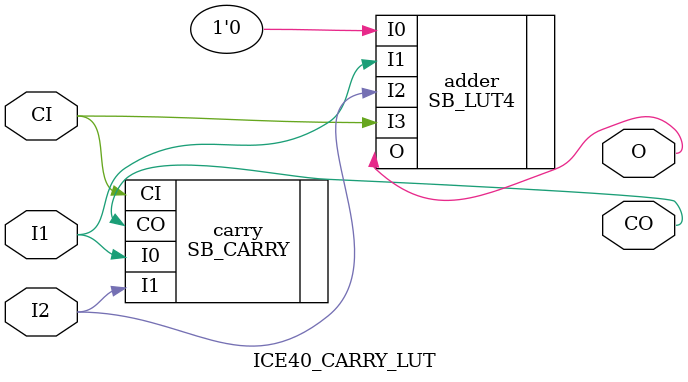
<source format=v>
module  \$_DFF_N_ (input D, C, output Q); SB_DFFN _TECHMAP_REPLACE_ (.D(D), .Q(Q), .C(C)); endmodule
module  \$_DFF_P_ (input D, C, output Q); SB_DFF  _TECHMAP_REPLACE_ (.D(D), .Q(Q), .C(C)); endmodule

module  \$_DFFE_NN_ (input D, C, E, output Q); SB_DFFNE _TECHMAP_REPLACE_ (.D(D), .Q(Q), .C(C), .E(!E)); endmodule
module  \$_DFFE_PN_ (input D, C, E, output Q); SB_DFFE  _TECHMAP_REPLACE_ (.D(D), .Q(Q), .C(C), .E(!E)); endmodule

module  \$_DFFE_NP_ (input D, C, E, output Q); SB_DFFNE _TECHMAP_REPLACE_ (.D(D), .Q(Q), .C(C), .E(E)); endmodule
module  \$_DFFE_PP_ (input D, C, E, output Q); SB_DFFE  _TECHMAP_REPLACE_ (.D(D), .Q(Q), .C(C), .E(E)); endmodule

module  \$_DFF_NN0_ (input D, C, R, output Q); SB_DFFNR _TECHMAP_REPLACE_ (.D(D), .Q(Q), .C(C), .R(!R)); endmodule
module  \$_DFF_NN1_ (input D, C, R, output Q); SB_DFFNS _TECHMAP_REPLACE_ (.D(D), .Q(Q), .C(C), .S(!R)); endmodule
module  \$_DFF_PN0_ (input D, C, R, output Q); SB_DFFR  _TECHMAP_REPLACE_ (.D(D), .Q(Q), .C(C), .R(!R)); endmodule
module  \$_DFF_PN1_ (input D, C, R, output Q); SB_DFFS  _TECHMAP_REPLACE_ (.D(D), .Q(Q), .C(C), .S(!R)); endmodule

module  \$_DFF_NP0_ (input D, C, R, output Q); SB_DFFNR _TECHMAP_REPLACE_ (.D(D), .Q(Q), .C(C), .R(R)); endmodule
module  \$_DFF_NP1_ (input D, C, R, output Q); SB_DFFNS _TECHMAP_REPLACE_ (.D(D), .Q(Q), .C(C), .S(R)); endmodule
module  \$_DFF_PP0_ (input D, C, R, output Q); SB_DFFR  _TECHMAP_REPLACE_ (.D(D), .Q(Q), .C(C), .R(R)); endmodule
module  \$_DFF_PP1_ (input D, C, R, output Q); SB_DFFS  _TECHMAP_REPLACE_ (.D(D), .Q(Q), .C(C), .S(R)); endmodule

module  \$__DFFE_NN0 (input D, C, E, R, output Q); SB_DFFNER _TECHMAP_REPLACE_ (.D(D), .Q(Q), .C(C), .E(E), .R(!R)); endmodule
module  \$__DFFE_NN1 (input D, C, E, R, output Q); SB_DFFNES _TECHMAP_REPLACE_ (.D(D), .Q(Q), .C(C), .E(E), .S(!R)); endmodule
module  \$__DFFE_PN0 (input D, C, E, R, output Q); SB_DFFER  _TECHMAP_REPLACE_ (.D(D), .Q(Q), .C(C), .E(E), .R(!R)); endmodule
module  \$__DFFE_PN1 (input D, C, E, R, output Q); SB_DFFES  _TECHMAP_REPLACE_ (.D(D), .Q(Q), .C(C), .E(E), .S(!R)); endmodule

module  \$__DFFE_NP0 (input D, C, E, R, output Q); SB_DFFNER _TECHMAP_REPLACE_ (.D(D), .Q(Q), .C(C), .E(E), .R(R)); endmodule
module  \$__DFFE_NP1 (input D, C, E, R, output Q); SB_DFFNES _TECHMAP_REPLACE_ (.D(D), .Q(Q), .C(C), .E(E), .S(R)); endmodule
module  \$__DFFE_PP0 (input D, C, E, R, output Q); SB_DFFER  _TECHMAP_REPLACE_ (.D(D), .Q(Q), .C(C), .E(E), .R(R)); endmodule
module  \$__DFFE_PP1 (input D, C, E, R, output Q); SB_DFFES  _TECHMAP_REPLACE_ (.D(D), .Q(Q), .C(C), .E(E), .S(R)); endmodule

`ifndef NO_LUT
module \$lut (A, Y);
  parameter WIDTH = 0;
  parameter LUT = 0;

  input [WIDTH-1:0] A;
  output Y;

  generate
    if (WIDTH == 1) begin
      SB_LUT4 #(.LUT_INIT(LUT)) _TECHMAP_REPLACE_ (.O(Y),
        .I0(A[0]), .I1(1'b0), .I2(1'b0), .I3(1'b0));
    end else
    if (WIDTH == 2) begin
      SB_LUT4 #(.LUT_INIT(LUT)) _TECHMAP_REPLACE_ (.O(Y),
        .I0(A[0]), .I1(A[1]), .I2(1'b0), .I3(1'b0));
    end else
    if (WIDTH == 3) begin
      SB_LUT4 #(.LUT_INIT(LUT)) _TECHMAP_REPLACE_ (.O(Y),
        .I0(A[0]), .I1(A[1]), .I2(A[2]), .I3(1'b0));
    end else
    if (WIDTH == 4) begin
      SB_LUT4 #(.LUT_INIT(LUT)) _TECHMAP_REPLACE_ (.O(Y),
        .I0(A[0]), .I1(A[1]), .I2(A[2]), .I3(A[3]));
    end else begin
      wire _TECHMAP_FAIL_ = 1;
    end
  endgenerate
endmodule
`endif

`ifndef NO_CARRY
module ICE40_CARRY_LUT (output CO, O, input CI, I1, I2);
	SB_CARRY carry (
		.I0(I1),
		.I1(I2),
		.CI(CI),
		.CO(CO),
	);
	SB_LUT4 #(
		//         I0: 1010 1010 1010 1010
		//         I1: 1100 1100 1100 1100
		//         I2: 1111 0000 1111 0000
		//         I3: 1111 1111 0000 0000
		.LUT_INIT(16'b 0110_1001_1001_0110)
	) adder (
		.I0(1'b0),
		.I1(I1),
		.I2(I2),
		.I3(CI),
		.O(O)
	);
endmodule
`endif

</source>
